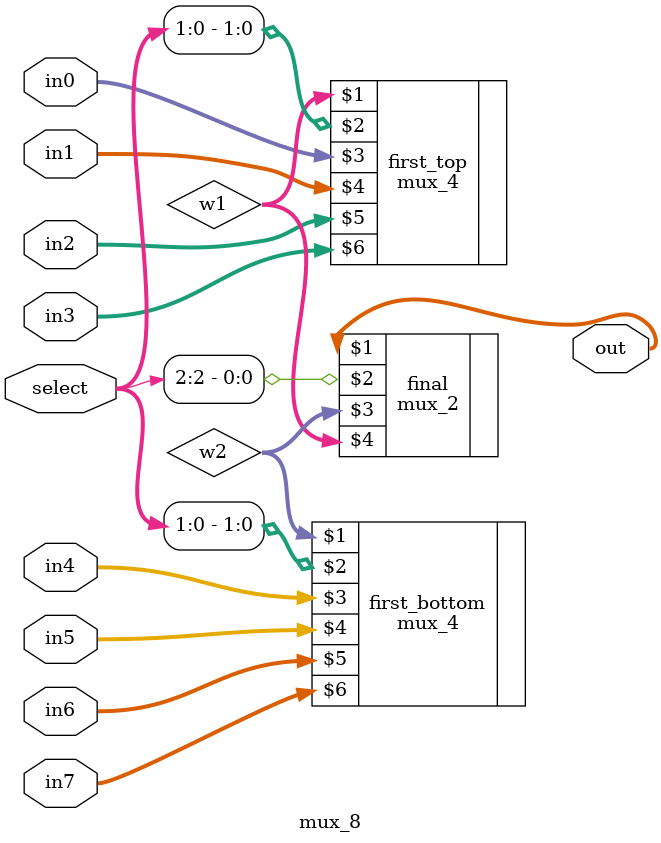
<source format=v>
module mux_8(out, select, in0, in1, in2, in3, in4, in5, in6, in7);
    input [2:0] select;
    input [31:0]in0, in1, in2, in3, in4, in5, in6, in7;
    output [31:0] out;
    wire [31:0] w1, w2;

    mux_4 first_top(w1, select[1:0], in0, in1, in2, in3);
    mux_4 first_bottom(w2, select[1:0], in4, in5, in6, in7);
    
    mux_2 final(out, select[2], w2, w1);
    
endmodule
</source>
